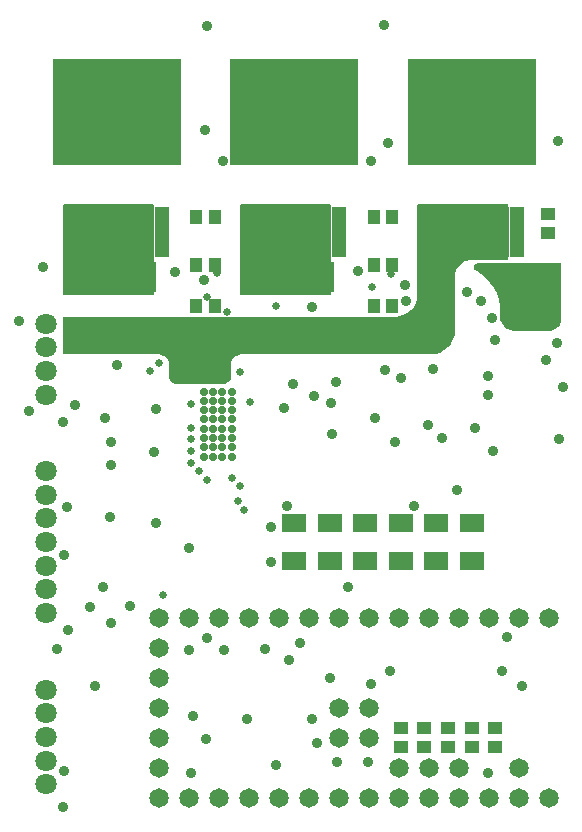
<source format=gbs>
G04 Layer_Color=16711935*
%FSAX44Y44*%
%MOMM*%
G71*
G01*
G75*
%ADD43R,1.1516X4.2516*%
%ADD44R,10.8032X9.0032*%
%ADD47R,1.2032X1.1032*%
%ADD49R,1.1032X1.2032*%
%ADD58R,2.1032X1.5532*%
%ADD63C,1.6510*%
%ADD64C,1.8034*%
%ADD65C,0.9144*%
%ADD66C,0.6604*%
%ADD67C,1.4732*%
%ADD68C,0.7112*%
%ADD69R,7.5832X2.6432*%
G36*
X00725133Y01006010D02*
X00725264Y01005984D01*
X00725390Y01005941D01*
X00725509Y01005882D01*
X00725620Y01005808D01*
X00725720Y01005720D01*
X00725808Y01005620D01*
X00725882Y01005509D01*
X00725941Y01005390D01*
X00725984Y01005264D01*
X00726010Y01005133D01*
X00726018Y01005000D01*
Y00930000D01*
X00726010Y00929867D01*
X00725984Y00929736D01*
X00725941Y00929610D01*
X00725882Y00929491D01*
X00725808Y00929380D01*
X00725720Y00929280D01*
X00725620Y00929192D01*
X00725509Y00929118D01*
X00725390Y00929059D01*
X00725264Y00929016D01*
X00725133Y00928990D01*
X00725000Y00928982D01*
X00650000D01*
X00649867Y00928990D01*
X00649736Y00929016D01*
X00649610Y00929059D01*
X00649491Y00929118D01*
X00649380Y00929192D01*
X00649280Y00929280D01*
X00649192Y00929380D01*
X00649118Y00929491D01*
X00649059Y00929610D01*
X00649016Y00929736D01*
X00648990Y00929867D01*
X00648982Y00930000D01*
Y01005000D01*
X00648990Y01005133D01*
X00649016Y01005264D01*
X00649059Y01005390D01*
X00649118Y01005509D01*
X00649192Y01005620D01*
X00649280Y01005720D01*
X00649380Y01005808D01*
X00649491Y01005882D01*
X00649610Y01005941D01*
X00649736Y01005984D01*
X00649867Y01006010D01*
X00650000Y01006018D01*
X00725000D01*
X00725133Y01006010D01*
D02*
G37*
G36*
X01070133Y00956010D02*
X01070264Y00955984D01*
X01070390Y00955941D01*
X01070509Y00955882D01*
X01070620Y00955808D01*
X01070720Y00955720D01*
X01070808Y00955620D01*
X01070882Y00955509D01*
X01070941Y00955390D01*
X01070984Y00955264D01*
X01071010Y00955133D01*
X01071018Y00955000D01*
X01071018Y00909344D01*
Y00908731D01*
X01071009Y00908598D01*
X01070769Y00906772D01*
X01070743Y00906641D01*
X01070700Y00906515D01*
X01069759Y00904242D01*
X01069700Y00904122D01*
X01069626Y00904012D01*
X01068128Y00902060D01*
X01068040Y00901960D01*
X01067940Y00901872D01*
X01065988Y00900374D01*
X01065878Y00900300D01*
X01065758Y00900241D01*
X01063485Y00899300D01*
X01063359Y00899257D01*
X01063228Y00899231D01*
X01061401Y00898990D01*
X01061401Y00898990D01*
X01061311Y00898985D01*
X01061268Y00898982D01*
X01061268D01*
X01061268D01*
X01060655Y00898982D01*
X01031149D01*
X01031016Y00898990D01*
X01028684Y00899298D01*
X01028553Y00899324D01*
X01028427Y00899366D01*
X01025525Y00900569D01*
X01025405Y00900628D01*
X01025294Y00900702D01*
X01022802Y00902614D01*
X01022702Y00902702D01*
X01022614Y00902802D01*
X01020702Y00905294D01*
X01020628Y00905405D01*
X01020569Y00905525D01*
X01019366Y00908427D01*
X01019324Y00908553D01*
X01019298Y00908684D01*
X01018990Y00911016D01*
X01018982Y00911149D01*
Y00911931D01*
X01018982Y00911931D01*
X01018984Y00911969D01*
X01018985Y00912007D01*
X01019138Y00914072D01*
X01018833Y00920327D01*
X01017797Y00925537D01*
X01016086Y00930576D01*
X01013733Y00935349D01*
X01010776Y00939773D01*
X01007268Y00943774D01*
X01003268Y00947282D01*
X00999732Y00949637D01*
X00998503Y00950333D01*
X00998502Y00950333D01*
X00998208Y00950499D01*
X00998204Y00950502D01*
X00998199Y00950505D01*
X00998147Y00950540D01*
X00998097Y00950573D01*
X00998093Y00950576D01*
X00998088Y00950579D01*
X00998042Y00950620D01*
X00997996Y00950660D01*
X00997992Y00950664D01*
X00997988Y00950667D01*
X00997949Y00950712D01*
X00997907Y00950759D01*
X00997904Y00950764D01*
X00997900Y00950768D01*
X00997286Y00951571D01*
X00997269Y00951598D01*
X00997249Y00951624D01*
X00997232Y00951654D01*
X00997213Y00951682D01*
X00997198Y00951711D01*
X00997182Y00951739D01*
X00997169Y00951771D01*
X00997154Y00951802D01*
X00997144Y00951832D01*
X00997131Y00951862D01*
X00997122Y00951895D01*
X00997112Y00951928D01*
X00997105Y00951960D01*
X00997097Y00951991D01*
X00996940Y00952779D01*
X00996940Y00952780D01*
X00996923Y00952912D01*
Y00953045D01*
Y00953045D01*
X00996940Y00953177D01*
X00997097Y00953966D01*
X00997131Y00954094D01*
X00997182Y00954217D01*
X00997249Y00954333D01*
X00997696Y00955002D01*
X00997726Y00955041D01*
X00997755Y00955082D01*
X00997767Y00955094D01*
X00997777Y00955107D01*
X00997812Y00955143D01*
X00997846Y00955179D01*
X00997859Y00955189D01*
X00997871Y00955201D01*
X00997911Y00955232D01*
X00997949Y00955263D01*
X00997963Y00955272D01*
X00997977Y00955282D01*
X00998020Y00955307D01*
X00998062Y00955334D01*
X00999118Y00955898D01*
X00999164Y00955919D01*
X00999208Y00955941D01*
X00999224Y00955946D01*
X00999239Y00955953D01*
X00999287Y00955967D01*
X00999334Y00955983D01*
X00999351Y00955987D01*
X00999367Y00955992D01*
X00999416Y00956000D01*
X00999465Y00956009D01*
X00999482Y00956011D01*
X00999498Y00956013D01*
X00999548Y00956015D01*
X00999598Y00956018D01*
X01000000D01*
X01000000Y00956018D01*
X01070000Y00956018D01*
X01070133Y00956010D01*
D02*
G37*
G36*
X01025133Y01006010D02*
X01025264Y01005984D01*
X01025390Y01005941D01*
X01025509Y01005882D01*
X01025620Y01005808D01*
X01025720Y01005720D01*
X01025808Y01005620D01*
X01025882Y01005509D01*
X01025941Y01005390D01*
X01025984Y01005264D01*
X01026010Y01005133D01*
X01026018Y01005000D01*
Y00960000D01*
X01026010Y00959867D01*
X01025984Y00959736D01*
X01025941Y00959610D01*
X01025882Y00959491D01*
X01025808Y00959380D01*
X01025720Y00959280D01*
X01025620Y00959192D01*
X01025509Y00959118D01*
X01025390Y00959059D01*
X01025264Y00959016D01*
X01025133Y00958990D01*
X01025000Y00958982D01*
X00995000Y00958982D01*
X00995000Y00958982D01*
X00993648Y00958982D01*
X00989601Y00957968D01*
X00987195Y00956682D01*
X00985066Y00954934D01*
X00983318Y00952805D01*
X00982032Y00950399D01*
X00981018Y00946352D01*
X00981018Y00945000D01*
Y00900000D01*
X00981018Y00900000D01*
Y00899017D01*
X00981015Y00898967D01*
X00981013Y00898918D01*
X00980724Y00895980D01*
X00980719Y00895947D01*
X00980715Y00895913D01*
X00980708Y00895881D01*
X00980702Y00895848D01*
X00980693Y00895816D01*
X00980685Y00895784D01*
X00979541Y00892014D01*
X00979530Y00891983D01*
X00979520Y00891951D01*
X00979506Y00891920D01*
X00979494Y00891889D01*
X00979479Y00891860D01*
X00979465Y00891829D01*
X00977608Y00888355D01*
X00977590Y00888326D01*
X00977574Y00888297D01*
X00977555Y00888270D01*
X00977538Y00888242D01*
X00977516Y00888216D01*
X00977497Y00888189D01*
X00974998Y00885144D01*
X00974975Y00885119D01*
X00974954Y00885093D01*
X00974929Y00885071D01*
X00974907Y00885046D01*
X00974881Y00885025D01*
X00974856Y00885002D01*
X00971811Y00882503D01*
X00971784Y00882484D01*
X00971758Y00882462D01*
X00971730Y00882445D01*
X00971703Y00882426D01*
X00971674Y00882410D01*
X00971645Y00882392D01*
X00968171Y00880535D01*
X00968140Y00880521D01*
X00968111Y00880506D01*
X00968080Y00880494D01*
X00968049Y00880480D01*
X00968018Y00880471D01*
X00967986Y00880459D01*
X00964216Y00879315D01*
X00964184Y00879307D01*
X00964152Y00879298D01*
X00964119Y00879292D01*
X00964087Y00879285D01*
X00964054Y00879282D01*
X00964020Y00879276D01*
X00961082Y00878987D01*
X00961032Y00878985D01*
X00960983Y00878982D01*
X00960000D01*
X00800000Y00878982D01*
X00799411D01*
X00797655Y00878751D01*
X00795470Y00877846D01*
X00793594Y00876406D01*
X00792154Y00874530D01*
X00791249Y00872345D01*
X00791018Y00870589D01*
Y00870000D01*
X00791018Y00860000D01*
X00791018Y00859999D01*
X00791018Y00859005D01*
X00791015Y00858955D01*
X00791013Y00858905D01*
X00791010Y00858889D01*
X00791009Y00858873D01*
X00791000Y00858824D01*
X00790992Y00858774D01*
X00790987Y00858758D01*
X00790983Y00858742D01*
X00790967Y00858694D01*
X00790953Y00858647D01*
X00790946Y00858632D01*
X00790941Y00858616D01*
X00790919Y00858571D01*
X00790898Y00858525D01*
X00789503Y00855915D01*
X00789485Y00855887D01*
X00789469Y00855857D01*
X00789450Y00855831D01*
X00789432Y00855802D01*
X00789411Y00855776D01*
X00789392Y00855749D01*
X00789369Y00855725D01*
X00789348Y00855699D01*
X00789323Y00855676D01*
X00789301Y00855652D01*
X00789275Y00855631D01*
X00789251Y00855608D01*
X00789223Y00855589D01*
X00789198Y00855567D01*
X00789169Y00855550D01*
X00789142Y00855530D01*
X00789113Y00855515D01*
X00789085Y00855497D01*
X00786475Y00854102D01*
X00786429Y00854081D01*
X00786384Y00854059D01*
X00786368Y00854054D01*
X00786353Y00854047D01*
X00786306Y00854033D01*
X00786258Y00854016D01*
X00786242Y00854013D01*
X00786226Y00854008D01*
X00786176Y00854000D01*
X00786127Y00853990D01*
X00786111Y00853989D01*
X00786094Y00853987D01*
X00786044Y00853985D01*
X00785994Y00853982D01*
X00785000Y00853982D01*
X00785000D01*
D01*
X00745000Y00853982D01*
X00744999Y00853982D01*
X00744508Y00853982D01*
X00744474Y00853984D01*
X00744441D01*
X00744408Y00853988D01*
X00744375Y00853991D01*
X00744342Y00853997D01*
X00744309Y00854001D01*
X00742850Y00854292D01*
X00742816Y00854301D01*
X00742722Y00854326D01*
X00742650Y00854356D01*
X00742599Y00854377D01*
X00742483Y00854444D01*
X00742483Y00854444D01*
X00740830Y00855548D01*
X00740829Y00855549D01*
X00740724Y00855630D01*
X00740630Y00855724D01*
X00740549Y00855830D01*
X00739444Y00857484D01*
X00739377Y00857599D01*
X00739326Y00857722D01*
X00739292Y00857850D01*
X00739001Y00859309D01*
X00738997Y00859342D01*
X00738990Y00859375D01*
X00738988Y00859408D01*
X00738984Y00859441D01*
Y00859474D01*
X00738982Y00859508D01*
Y00860000D01*
X00738982Y00870000D01*
Y00870589D01*
X00738751Y00872345D01*
X00737846Y00874530D01*
X00736406Y00876406D01*
X00734530Y00877846D01*
X00732345Y00878751D01*
X00730589Y00878982D01*
X00650000D01*
X00649867Y00878990D01*
X00649736Y00879016D01*
X00649610Y00879059D01*
X00649491Y00879118D01*
X00649380Y00879192D01*
X00649280Y00879280D01*
X00649192Y00879380D01*
X00649118Y00879491D01*
X00649059Y00879610D01*
X00649016Y00879736D01*
X00648990Y00879867D01*
X00648982Y00880000D01*
Y00910000D01*
X00648990Y00910133D01*
X00649016Y00910264D01*
X00649059Y00910390D01*
X00649118Y00910509D01*
X00649192Y00910620D01*
X00649280Y00910720D01*
X00649380Y00910808D01*
X00649491Y00910882D01*
X00649610Y00910941D01*
X00649736Y00910984D01*
X00649867Y00911010D01*
X00650000Y00911018D01*
X00930000D01*
D01*
X00930933Y00911018D01*
X00933721Y00911293D01*
X00937299Y00912378D01*
X00940597Y00914141D01*
X00943487Y00916513D01*
X00945859Y00919403D01*
X00947622Y00922701D01*
X00948707Y00926279D01*
X00948982Y00929067D01*
X00948982Y00930000D01*
D01*
Y00930000D01*
X00948982Y01005000D01*
X00948990Y01005133D01*
X00949016Y01005264D01*
X00949059Y01005390D01*
X00949118Y01005509D01*
X00949192Y01005620D01*
X00949280Y01005720D01*
X00949380Y01005808D01*
X00949491Y01005882D01*
X00949610Y01005941D01*
X00949736Y01005984D01*
X00949867Y01006010D01*
X00950000Y01006018D01*
X01025000D01*
X01025133Y01006010D01*
D02*
G37*
G36*
X00875133D02*
X00875264Y01005984D01*
X00875390Y01005941D01*
X00875509Y01005882D01*
X00875620Y01005808D01*
X00875720Y01005720D01*
X00875808Y01005620D01*
X00875882Y01005509D01*
X00875941Y01005390D01*
X00875984Y01005264D01*
X00876010Y01005133D01*
X00876018Y01005000D01*
Y00930000D01*
X00876010Y00929867D01*
X00875984Y00929736D01*
X00875941Y00929610D01*
X00875882Y00929491D01*
X00875808Y00929380D01*
X00875720Y00929280D01*
X00875620Y00929192D01*
X00875509Y00929118D01*
X00875390Y00929059D01*
X00875264Y00929016D01*
X00875133Y00928990D01*
X00875000Y00928982D01*
X00800000D01*
X00799867Y00928990D01*
X00799736Y00929016D01*
X00799610Y00929059D01*
X00799491Y00929118D01*
X00799380Y00929192D01*
X00799280Y00929280D01*
X00799192Y00929380D01*
X00799118Y00929491D01*
X00799059Y00929610D01*
X00799016Y00929736D01*
X00798990Y00929867D01*
X00798982Y00930000D01*
Y01005000D01*
X00798990Y01005133D01*
X00799016Y01005264D01*
X00799059Y01005390D01*
X00799118Y01005509D01*
X00799192Y01005620D01*
X00799280Y01005720D01*
X00799380Y01005808D01*
X00799491Y01005882D01*
X00799610Y01005941D01*
X00799736Y01005984D01*
X00799867Y01006010D01*
X00800000Y01006018D01*
X00875000D01*
X00875133Y01006010D01*
D02*
G37*
D43*
X01033100Y00982500D02*
D03*
X01020400D02*
D03*
X01007700D02*
D03*
X00982300D02*
D03*
X00969600D02*
D03*
X00956900D02*
D03*
X00883100D02*
D03*
X00870400D02*
D03*
X00857700D02*
D03*
X00832300D02*
D03*
X00819600D02*
D03*
X00806900D02*
D03*
X00733100D02*
D03*
X00720400D02*
D03*
X00707700D02*
D03*
X00682300D02*
D03*
X00669600D02*
D03*
X00656900D02*
D03*
D44*
X00995000Y01084500D02*
D03*
X00845000D02*
D03*
X00695000D02*
D03*
D47*
X01060000Y00998000D02*
D03*
Y00982000D02*
D03*
X01015000Y00563000D02*
D03*
Y00547000D02*
D03*
X00995000Y00563000D02*
D03*
Y00547000D02*
D03*
X00975000Y00563000D02*
D03*
Y00547000D02*
D03*
X00955000Y00563000D02*
D03*
Y00547000D02*
D03*
X00935000Y00563000D02*
D03*
Y00547000D02*
D03*
D49*
X00912000Y00995000D02*
D03*
X00928000D02*
D03*
X00762000D02*
D03*
X00778000D02*
D03*
X00928000Y00920000D02*
D03*
X00912000D02*
D03*
X00928000Y00955000D02*
D03*
X00912000D02*
D03*
X00778000Y00920000D02*
D03*
X00762000D02*
D03*
X00778000Y00955000D02*
D03*
X00762000D02*
D03*
D58*
X00995000Y00736000D02*
D03*
Y00704000D02*
D03*
X00965000Y00736000D02*
D03*
Y00704000D02*
D03*
X00935000Y00736000D02*
D03*
Y00704000D02*
D03*
X00905000Y00736000D02*
D03*
Y00704000D02*
D03*
X00875000Y00736000D02*
D03*
Y00704000D02*
D03*
X00845000Y00736000D02*
D03*
Y00704000D02*
D03*
D63*
X00729900Y00554600D02*
D03*
X01060100Y00503800D02*
D03*
X00729900Y00529200D02*
D03*
X00907700Y00580000D02*
D03*
X00882300D02*
D03*
X00907700Y00554600D02*
D03*
X00882300D02*
D03*
X00933100Y00529200D02*
D03*
X00958500D02*
D03*
X00983900D02*
D03*
X01034700D02*
D03*
Y00503800D02*
D03*
X01009300D02*
D03*
X00983900D02*
D03*
X00958500D02*
D03*
X00933100D02*
D03*
X00907700D02*
D03*
X00882300D02*
D03*
X00856900D02*
D03*
X00831500D02*
D03*
X00806100D02*
D03*
X00780700D02*
D03*
X00755300D02*
D03*
X00729900D02*
D03*
Y00580000D02*
D03*
Y00605400D02*
D03*
Y00630800D02*
D03*
Y00656200D02*
D03*
X00755300D02*
D03*
X00780700D02*
D03*
X00806100D02*
D03*
X00831500D02*
D03*
X00856900D02*
D03*
X00882300D02*
D03*
X00907700D02*
D03*
X00933100D02*
D03*
X00958500D02*
D03*
X00983900D02*
D03*
X01009300D02*
D03*
X01034700D02*
D03*
X01060100D02*
D03*
D64*
X00635000Y00905066D02*
D03*
Y00885000D02*
D03*
Y00865000D02*
D03*
Y00845000D02*
D03*
Y00660000D02*
D03*
Y00680000D02*
D03*
Y00700000D02*
D03*
Y00780000D02*
D03*
Y00720066D02*
D03*
Y00740132D02*
D03*
Y00760000D02*
D03*
Y00535000D02*
D03*
Y00575066D02*
D03*
Y00595132D02*
D03*
Y00515000D02*
D03*
Y00555000D02*
D03*
D65*
X00727999Y00832999D02*
D03*
X00721000Y00885000D02*
D03*
X00676000Y00904000D02*
D03*
X00649000Y00822000D02*
D03*
X00726447Y00796447D02*
D03*
X00652999Y00645999D02*
D03*
X00695000Y00870000D02*
D03*
X00990998Y00931998D02*
D03*
X00757000Y00525000D02*
D03*
X00770999Y00638999D02*
D03*
X00785000Y00629000D02*
D03*
X00755999Y00628999D02*
D03*
X00769998Y00552999D02*
D03*
X00759000Y00573000D02*
D03*
X00755999Y00714999D02*
D03*
X00825000Y00733000D02*
D03*
X00876998Y00811998D02*
D03*
X01011998Y00909998D02*
D03*
X01014998Y00890998D02*
D03*
X01002804Y00924430D02*
D03*
X00939850Y00923987D02*
D03*
X00899000Y00950000D02*
D03*
X00939000Y00938000D02*
D03*
X01021000Y00611000D02*
D03*
X01038000Y00598000D02*
D03*
X01009000Y00525000D02*
D03*
X00840000Y00620000D02*
D03*
X00820000Y00630000D02*
D03*
X00875000Y00605000D02*
D03*
X00825000Y00703000D02*
D03*
X00921000Y00895000D02*
D03*
X00921998Y00865998D02*
D03*
X00958000Y00819000D02*
D03*
X00983000Y00764000D02*
D03*
X00946000Y00751000D02*
D03*
X01069000Y00807000D02*
D03*
X00921000Y01158000D02*
D03*
X00771000Y01157000D02*
D03*
X00612000Y00907000D02*
D03*
X01068000Y01060000D02*
D03*
X00632000Y00953000D02*
D03*
X00737000Y00905000D02*
D03*
X00620315Y00831400D02*
D03*
X00839000Y00751000D02*
D03*
X00689999Y00651999D02*
D03*
X00671999Y00664999D02*
D03*
X00676000Y00598000D02*
D03*
X00643999Y00629999D02*
D03*
X00649000Y00496000D02*
D03*
X00649999Y00525999D02*
D03*
X00651999Y00749998D02*
D03*
X00649999Y00708999D02*
D03*
X00682650Y00681731D02*
D03*
X00907235Y00533517D02*
D03*
X00863998Y00549999D02*
D03*
X00881000Y00534000D02*
D03*
X00829000Y00531000D02*
D03*
X00860000Y00570000D02*
D03*
X00689000Y00741000D02*
D03*
X00727460Y00736540D02*
D03*
X01057998Y00873998D02*
D03*
X01072000Y00851000D02*
D03*
X01009000Y00845000D02*
D03*
X01067000Y00889000D02*
D03*
X01013000Y00797000D02*
D03*
X00998000Y00817000D02*
D03*
X00969998Y00807998D02*
D03*
X00861905Y00843905D02*
D03*
X00923998Y01057998D02*
D03*
X00962000Y00867000D02*
D03*
X00875998Y00837998D02*
D03*
X00705999Y00665999D02*
D03*
X00880000Y00856000D02*
D03*
X00835900Y00833409D02*
D03*
X00935000Y00859000D02*
D03*
X00658902Y00836098D02*
D03*
X00689999Y00804998D02*
D03*
X00685000Y00825000D02*
D03*
X00689999Y00784998D02*
D03*
X01045000Y00930000D02*
D03*
X01030000Y00945000D02*
D03*
Y00930000D02*
D03*
X01060000D02*
D03*
Y00945000D02*
D03*
X01045000D02*
D03*
X00655000Y01115000D02*
D03*
Y01100000D02*
D03*
X00670000Y01115000D02*
D03*
Y01100000D02*
D03*
X00685000D02*
D03*
Y01115000D02*
D03*
X00700000Y01100000D02*
D03*
Y01115000D02*
D03*
X00715000D02*
D03*
Y01100000D02*
D03*
X00865000D02*
D03*
Y01115000D02*
D03*
X00850000D02*
D03*
Y01100000D02*
D03*
X00835000Y01115000D02*
D03*
Y01100000D02*
D03*
X00820000D02*
D03*
Y01115000D02*
D03*
X00805000Y01100000D02*
D03*
Y01115000D02*
D03*
X01015000Y01100000D02*
D03*
Y01115000D02*
D03*
X01000000D02*
D03*
Y01100000D02*
D03*
X00985000Y01115000D02*
D03*
Y01100000D02*
D03*
X00970000D02*
D03*
Y01115000D02*
D03*
X00955000Y01100000D02*
D03*
Y01115000D02*
D03*
X00850000Y00635000D02*
D03*
X00909998Y00599999D02*
D03*
X01025000Y00640000D02*
D03*
X00890000Y00682160D02*
D03*
X00926000Y00611000D02*
D03*
X00805000Y00570000D02*
D03*
X01008998Y00860998D02*
D03*
X00913427Y00825570D02*
D03*
X00930000Y00805000D02*
D03*
X00784650Y01042349D02*
D03*
X00769000Y01069000D02*
D03*
X00767999Y00941998D02*
D03*
X00744000Y00949000D02*
D03*
X00843998Y00853998D02*
D03*
X00835000Y00897000D02*
D03*
X00909398Y01042398D02*
D03*
X00860000Y00919000D02*
D03*
D66*
X00730000Y00872000D02*
D03*
X00723000Y00864834D02*
D03*
X00798998Y00863998D02*
D03*
X00787998Y00914998D02*
D03*
X00734000Y00675000D02*
D03*
X00757000Y00797000D02*
D03*
X00764000Y00780000D02*
D03*
X00771000Y00773000D02*
D03*
X00757000Y00837000D02*
D03*
X00806998Y00838998D02*
D03*
X00796998Y00754998D02*
D03*
X00802000Y00747000D02*
D03*
X00757000Y00787000D02*
D03*
X00828998Y00919998D02*
D03*
X00911000Y00936000D02*
D03*
X00927000Y00947000D02*
D03*
X00757000Y00817000D02*
D03*
Y00807000D02*
D03*
X00798998Y00767999D02*
D03*
X00791998Y00773998D02*
D03*
X00778998Y00947998D02*
D03*
X00771004Y00927298D02*
D03*
D67*
X00765000Y00866000D02*
D03*
D68*
X00776063Y00847559D02*
D03*
X00768189D02*
D03*
X00783937D02*
D03*
X00768189Y00839685D02*
D03*
X00776063D02*
D03*
X00783937D02*
D03*
X00791811D02*
D03*
X00768189Y00831811D02*
D03*
X00776063D02*
D03*
X00783937D02*
D03*
X00791811D02*
D03*
X00768189Y00823937D02*
D03*
X00776063D02*
D03*
X00783937D02*
D03*
X00791811D02*
D03*
X00768189Y00816063D02*
D03*
X00776063D02*
D03*
X00783937D02*
D03*
X00791811D02*
D03*
X00768189Y00808189D02*
D03*
X00776063D02*
D03*
X00783937D02*
D03*
X00791811D02*
D03*
Y00800315D02*
D03*
X00783937D02*
D03*
X00776063D02*
D03*
X00768189D02*
D03*
Y00792441D02*
D03*
X00776063D02*
D03*
X00783937D02*
D03*
X00791811D02*
D03*
Y00847559D02*
D03*
D69*
X00840000Y00895200D02*
D03*
Y00944800D02*
D03*
X00690000Y00895200D02*
D03*
Y00944800D02*
D03*
M02*

</source>
